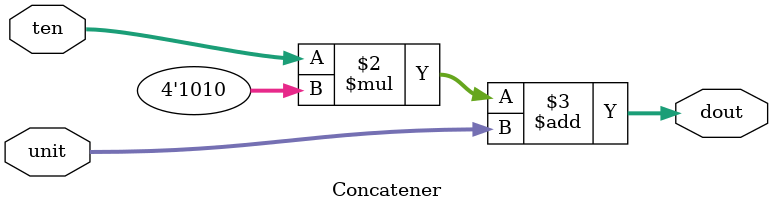
<source format=v>
module Concatener (
    input wire[3:0] unit, ten,

    output reg[6:0]dout
);

    always @(*) begin
        dout = (ten * 4'd10) + unit; 
    end

endmodule
</source>
